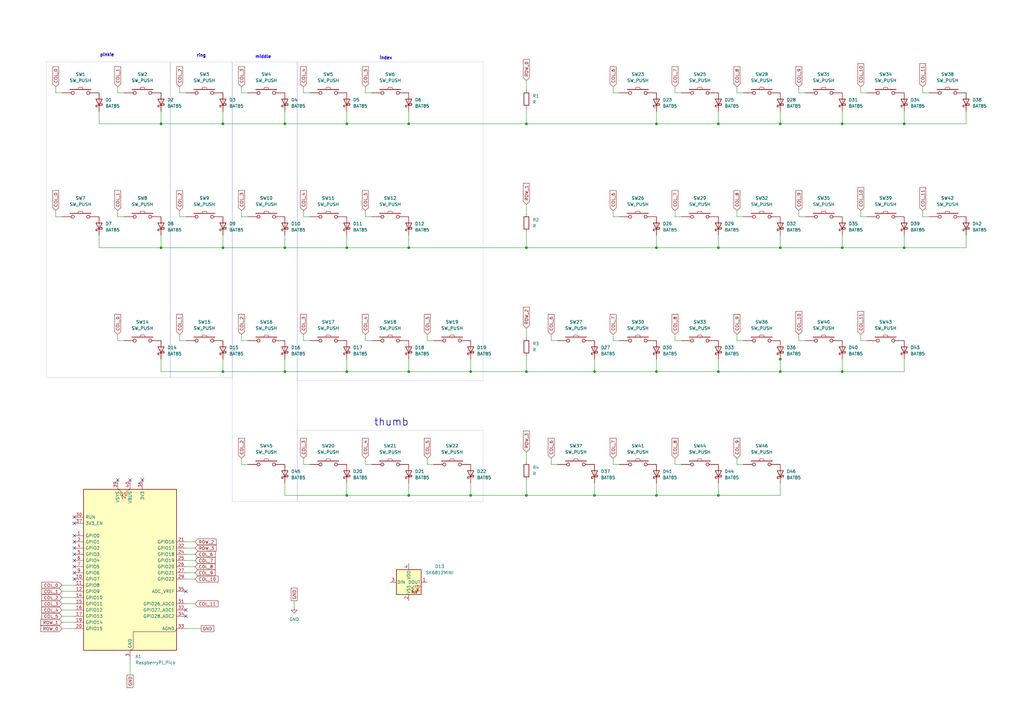
<source format=kicad_sch>
(kicad_sch (version 20250114) (generator "eeschema") (generator_version "9.0")
  (paper "A3")
  (rectangle (start 19.05 25.4) (end 69.85 154.94) (stroke (width 0) (type dot)))
  (rectangle (start 95.25 25.4) (end 121.92 205.74) (stroke (width 0) (type dot)))
  (rectangle (start 69.85 25.4) (end 95.25 154.94) (stroke (width 0) (type dot)))
  (rectangle (start 121.92 25.4) (end 198.12 156.21) (stroke (width 0) (type dot)))
  (rectangle (start 121.92 176.53) (end 198.12 205.74) (stroke (width 0) (type dot)))
  (text "ring" (at 82.55 22.86 0) (effects (font (size 1.27 1.27) (thickness 0.254) (bold yes))))
  (text "pinkie" (at 43.942 22.606 0) (effects (font (size 1.27 1.27) (thickness 0.254) (bold yes))))
  (text "middle" (at 107.95 23.368 0) (effects (font (size 1.27 1.27) (thickness 0.254) (bold yes))))
  (text "index" (at 158.242 23.876 0) (effects (font (size 1.27 1.27) (thickness 0.254) (bold yes))))
  (text "thumb" (at 160.528 173.228 0) (effects (font (size 3.048 3.048) (thickness 0.254) (bold yes))))
  (junction (at 116.84 152.4))
  (junction (at 91.44 101.6))
  (junction (at 142.24 152.4))
  (junction (at 345.44 152.4))
  (junction (at 215.9 50.8))
  (junction (at 345.44 101.6))
  (junction (at 370.84 50.8))
  (junction (at 215.9 203.2))
  (junction (at 269.24 203.2))
  (junction (at 91.44 50.8))
  (junction (at 320.04 152.4))
  (junction (at 142.24 101.6))
  (junction (at 370.84 101.6))
  (junction (at 66.04 50.8))
  (junction (at 167.64 152.4))
  (junction (at 193.04 152.4))
  (junction (at 320.04 147.32))
  (junction (at 142.24 203.2))
  (junction (at 116.84 101.6))
  (junction (at 320.04 101.6))
  (junction (at 243.84 152.4))
  (junction (at 345.44 50.8))
  (junction (at 269.24 101.6))
  (junction (at 91.44 152.4))
  (junction (at 294.64 50.8))
  (junction (at 167.64 101.6))
  (junction (at 320.04 50.8))
  (junction (at 294.64 152.4))
  (junction (at 193.04 203.2))
  (junction (at 116.84 50.8))
  (junction (at 269.24 152.4))
  (junction (at 215.9 152.4))
  (junction (at 142.24 50.8))
  (junction (at 167.64 50.8))
  (junction (at 167.64 203.2))
  (junction (at 66.04 101.6))
  (junction (at 294.64 101.6))
  (junction (at 243.84 203.2))
  (junction (at 269.24 50.8))
  (junction (at 215.9 101.6))
  (junction (at 294.64 203.2))
  (no_connect (at 30.48 232.41))
  (no_connect (at 30.48 227.33))
  (no_connect (at 30.48 237.49))
  (no_connect (at 30.48 214.63))
  (no_connect (at 30.48 229.87))
  (no_connect (at 53.34 196.85))
  (no_connect (at 30.48 219.71))
  (no_connect (at 76.2 252.73))
  (no_connect (at 30.48 212.09))
  (no_connect (at 30.48 224.79))
  (no_connect (at 76.2 242.57))
  (no_connect (at 30.48 222.25))
  (no_connect (at 58.42 196.85))
  (no_connect (at 48.26 196.85))
  (no_connect (at 76.2 250.19))
  (no_connect (at 30.48 234.95))
  (wire (pts (xy 76.2 224.79) (xy 80.01 224.79)))
  (wire (pts (xy 320.04 101.6) (xy 294.64 101.6)))
  (wire (pts (xy 124.46 35.56) (xy 124.46 38.1)))
  (wire (pts (xy 40.64 101.6) (xy 40.64 96.52)))
  (wire (pts (xy 251.46 137.16) (xy 251.46 139.7)))
  (wire (pts (xy 66.04 96.52) (xy 66.04 101.6)))
  (wire (pts (xy 327.66 88.9) (xy 330.2 88.9)))
  (wire (pts (xy 124.46 190.5) (xy 127 190.5)))
  (wire (pts (xy 276.86 137.16) (xy 276.86 139.7)))
  (wire (pts (xy 66.04 50.8) (xy 40.64 50.8)))
  (wire (pts (xy 124.46 88.9) (xy 127 88.9)))
  (wire (pts (xy 25.4 255.27) (xy 30.48 255.27)))
  (wire (pts (xy 99.06 35.56) (xy 99.06 38.1)))
  (wire (pts (xy 276.86 35.56) (xy 276.86 38.1)))
  (wire (pts (xy 215.9 95.25) (xy 215.9 101.6)))
  (wire (pts (xy 327.66 137.16) (xy 327.66 139.7)))
  (wire (pts (xy 370.84 147.32) (xy 370.84 152.4)))
  (wire (pts (xy 294.64 203.2) (xy 320.04 203.2)))
  (wire (pts (xy 353.06 86.36) (xy 353.06 88.9)))
  (wire (pts (xy 345.44 101.6) (xy 320.04 101.6)))
  (wire (pts (xy 215.9 134.62) (xy 215.9 138.43)))
  (wire (pts (xy 294.64 50.8) (xy 269.24 50.8)))
  (wire (pts (xy 120.65 246.38) (xy 120.65 248.92)))
  (wire (pts (xy 302.26 137.16) (xy 302.26 139.7)))
  (wire (pts (xy 370.84 50.8) (xy 345.44 50.8)))
  (wire (pts (xy 251.46 139.7) (xy 254 139.7)))
  (wire (pts (xy 25.4 242.57) (xy 30.48 242.57)))
  (wire (pts (xy 167.64 101.6) (xy 215.9 101.6)))
  (wire (pts (xy 294.64 147.32) (xy 294.64 152.4)))
  (wire (pts (xy 73.66 35.56) (xy 73.66 38.1)))
  (wire (pts (xy 396.24 50.8) (xy 370.84 50.8)))
  (wire (pts (xy 25.4 247.65) (xy 30.48 247.65)))
  (wire (pts (xy 73.66 139.7) (xy 76.2 139.7)))
  (wire (pts (xy 193.04 152.4) (xy 215.9 152.4)))
  (wire (pts (xy 276.86 139.7) (xy 279.4 139.7)))
  (wire (pts (xy 215.9 146.05) (xy 215.9 152.4)))
  (wire (pts (xy 142.24 147.32) (xy 142.24 152.4)))
  (wire (pts (xy 215.9 83.82) (xy 215.9 87.63)))
  (wire (pts (xy 66.04 101.6) (xy 40.64 101.6)))
  (wire (pts (xy 370.84 96.52) (xy 370.84 101.6)))
  (wire (pts (xy 167.64 96.52) (xy 167.64 101.6)))
  (wire (pts (xy 345.44 45.72) (xy 345.44 50.8)))
  (wire (pts (xy 76.2 257.81) (xy 82.55 257.81)))
  (wire (pts (xy 302.26 187.96) (xy 302.26 190.5)))
  (wire (pts (xy 48.26 137.16) (xy 48.26 139.7)))
  (wire (pts (xy 294.64 45.72) (xy 294.64 50.8)))
  (wire (pts (xy 91.44 101.6) (xy 66.04 101.6)))
  (wire (pts (xy 76.2 234.95) (xy 80.01 234.95)))
  (wire (pts (xy 116.84 152.4) (xy 142.24 152.4)))
  (wire (pts (xy 302.26 86.36) (xy 302.26 88.9)))
  (wire (pts (xy 48.26 139.7) (xy 50.8 139.7)))
  (wire (pts (xy 91.44 152.4) (xy 116.84 152.4)))
  (wire (pts (xy 215.9 33.02) (xy 215.9 36.83)))
  (wire (pts (xy 215.9 101.6) (xy 269.24 101.6)))
  (wire (pts (xy 302.26 190.5) (xy 304.8 190.5)))
  (wire (pts (xy 320.04 147.32) (xy 320.04 152.4)))
  (wire (pts (xy 25.4 240.03) (xy 30.48 240.03)))
  (wire (pts (xy 40.64 45.72) (xy 40.64 50.8)))
  (wire (pts (xy 243.84 147.32) (xy 243.84 152.4)))
  (wire (pts (xy 345.44 152.4) (xy 370.84 152.4)))
  (wire (pts (xy 396.24 96.52) (xy 396.24 101.6)))
  (wire (pts (xy 294.64 101.6) (xy 269.24 101.6)))
  (wire (pts (xy 370.84 45.72) (xy 370.84 50.8)))
  (wire (pts (xy 320.04 152.4) (xy 345.44 152.4)))
  (wire (pts (xy 353.06 137.16) (xy 353.06 139.7)))
  (wire (pts (xy 302.26 88.9) (xy 304.8 88.9)))
  (wire (pts (xy 215.9 44.45) (xy 215.9 50.8)))
  (wire (pts (xy 193.04 147.32) (xy 193.04 152.4)))
  (wire (pts (xy 269.24 45.72) (xy 269.24 50.8)))
  (wire (pts (xy 99.06 86.36) (xy 99.06 88.9)))
  (wire (pts (xy 396.24 45.72) (xy 396.24 50.8)))
  (wire (pts (xy 370.84 101.6) (xy 345.44 101.6)))
  (wire (pts (xy 243.84 203.2) (xy 269.24 203.2)))
  (wire (pts (xy 116.84 101.6) (xy 91.44 101.6)))
  (wire (pts (xy 345.44 50.8) (xy 320.04 50.8)))
  (wire (pts (xy 99.06 190.5) (xy 101.6 190.5)))
  (wire (pts (xy 378.46 86.36) (xy 378.46 88.9)))
  (wire (pts (xy 149.86 86.36) (xy 149.86 88.9)))
  (wire (pts (xy 276.86 187.96) (xy 276.86 190.5)))
  (wire (pts (xy 22.86 86.36) (xy 22.86 88.9)))
  (wire (pts (xy 302.26 139.7) (xy 304.8 139.7)))
  (wire (pts (xy 345.44 147.32) (xy 345.44 152.4)))
  (wire (pts (xy 25.4 257.81) (xy 30.48 257.81)))
  (wire (pts (xy 353.06 139.7) (xy 355.6 139.7)))
  (wire (pts (xy 269.24 198.12) (xy 269.24 203.2)))
  (wire (pts (xy 320.04 198.12) (xy 320.04 203.2)))
  (wire (pts (xy 142.24 45.72) (xy 142.24 50.8)))
  (wire (pts (xy 99.06 88.9) (xy 101.6 88.9)))
  (wire (pts (xy 142.24 152.4) (xy 167.64 152.4)))
  (wire (pts (xy 269.24 147.32) (xy 269.24 152.4)))
  (wire (pts (xy 124.46 86.36) (xy 124.46 88.9)))
  (wire (pts (xy 320.04 50.8) (xy 294.64 50.8)))
  (wire (pts (xy 48.26 88.9) (xy 50.8 88.9)))
  (wire (pts (xy 320.04 146.05) (xy 320.04 147.32)))
  (wire (pts (xy 116.84 50.8) (xy 91.44 50.8)))
  (wire (pts (xy 91.44 50.8) (xy 66.04 50.8)))
  (wire (pts (xy 53.34 270.51) (xy 53.34 276.86)))
  (wire (pts (xy 142.24 101.6) (xy 116.84 101.6)))
  (wire (pts (xy 276.86 190.5) (xy 279.4 190.5)))
  (wire (pts (xy 294.64 152.4) (xy 320.04 152.4)))
  (wire (pts (xy 251.46 187.96) (xy 251.46 190.5)))
  (wire (pts (xy 76.2 232.41) (xy 80.01 232.41)))
  (wire (pts (xy 353.06 88.9) (xy 355.6 88.9)))
  (wire (pts (xy 226.06 187.96) (xy 226.06 190.5)))
  (wire (pts (xy 320.04 45.72) (xy 320.04 50.8)))
  (wire (pts (xy 193.04 198.12) (xy 193.04 203.2)))
  (wire (pts (xy 149.86 88.9) (xy 152.4 88.9)))
  (wire (pts (xy 22.86 38.1) (xy 25.4 38.1)))
  (wire (pts (xy 378.46 35.56) (xy 378.46 38.1)))
  (wire (pts (xy 99.06 137.16) (xy 99.06 139.7)))
  (wire (pts (xy 215.9 152.4) (xy 243.84 152.4)))
  (wire (pts (xy 276.86 86.36) (xy 276.86 88.9)))
  (wire (pts (xy 276.86 88.9) (xy 279.4 88.9)))
  (wire (pts (xy 99.06 139.7) (xy 101.6 139.7)))
  (wire (pts (xy 116.84 96.52) (xy 116.84 101.6)))
  (wire (pts (xy 251.46 38.1) (xy 254 38.1)))
  (wire (pts (xy 215.9 50.8) (xy 167.64 50.8)))
  (wire (pts (xy 378.46 88.9) (xy 381 88.9)))
  (wire (pts (xy 167.64 203.2) (xy 193.04 203.2)))
  (wire (pts (xy 327.66 139.7) (xy 330.2 139.7)))
  (wire (pts (xy 167.64 198.12) (xy 167.64 203.2)))
  (wire (pts (xy 302.26 38.1) (xy 304.8 38.1)))
  (wire (pts (xy 91.44 96.52) (xy 91.44 101.6)))
  (wire (pts (xy 142.24 50.8) (xy 116.84 50.8)))
  (wire (pts (xy 167.64 45.72) (xy 167.64 50.8)))
  (wire (pts (xy 353.06 38.1) (xy 355.6 38.1)))
  (wire (pts (xy 226.06 137.16) (xy 226.06 139.7)))
  (wire (pts (xy 91.44 45.72) (xy 91.44 50.8)))
  (wire (pts (xy 149.86 190.5) (xy 152.4 190.5)))
  (wire (pts (xy 25.4 245.11) (xy 30.48 245.11)))
  (wire (pts (xy 73.66 88.9) (xy 76.2 88.9)))
  (wire (pts (xy 76.2 222.25) (xy 80.01 222.25)))
  (wire (pts (xy 142.24 198.12) (xy 142.24 203.2)))
  (wire (pts (xy 99.06 38.1) (xy 101.6 38.1)))
  (wire (pts (xy 215.9 185.42) (xy 215.9 189.23)))
  (wire (pts (xy 76.2 227.33) (xy 80.01 227.33)))
  (wire (pts (xy 25.4 250.19) (xy 30.48 250.19)))
  (wire (pts (xy 149.86 187.96) (xy 149.86 190.5)))
  (wire (pts (xy 215.9 203.2) (xy 243.84 203.2)))
  (wire (pts (xy 175.26 137.16) (xy 175.26 139.7)))
  (wire (pts (xy 269.24 203.2) (xy 294.64 203.2)))
  (wire (pts (xy 25.4 252.73) (xy 30.48 252.73)))
  (wire (pts (xy 175.26 139.7) (xy 177.8 139.7)))
  (wire (pts (xy 48.26 86.36) (xy 48.26 88.9)))
  (wire (pts (xy 226.06 190.5) (xy 228.6 190.5)))
  (wire (pts (xy 345.44 96.52) (xy 345.44 101.6)))
  (wire (pts (xy 294.64 96.52) (xy 294.64 101.6)))
  (wire (pts (xy 327.66 86.36) (xy 327.66 88.9)))
  (wire (pts (xy 167.64 50.8) (xy 142.24 50.8)))
  (wire (pts (xy 215.9 196.85) (xy 215.9 203.2)))
  (wire (pts (xy 22.86 35.56) (xy 22.86 38.1)))
  (wire (pts (xy 22.86 88.9) (xy 25.4 88.9)))
  (wire (pts (xy 76.2 247.65) (xy 80.01 247.65)))
  (wire (pts (xy 73.66 86.36) (xy 73.66 88.9)))
  (wire (pts (xy 149.86 38.1) (xy 152.4 38.1)))
  (wire (pts (xy 167.64 101.6) (xy 142.24 101.6)))
  (wire (pts (xy 302.26 35.56) (xy 302.26 38.1)))
  (wire (pts (xy 193.04 203.2) (xy 215.9 203.2)))
  (wire (pts (xy 353.06 35.56) (xy 353.06 38.1)))
  (wire (pts (xy 251.46 88.9) (xy 254 88.9)))
  (wire (pts (xy 269.24 50.8) (xy 215.9 50.8)))
  (wire (pts (xy 48.26 38.1) (xy 50.8 38.1)))
  (wire (pts (xy 149.86 139.7) (xy 152.4 139.7)))
  (wire (pts (xy 66.04 152.4) (xy 91.44 152.4)))
  (wire (pts (xy 142.24 96.52) (xy 142.24 101.6)))
  (wire (pts (xy 167.64 152.4) (xy 193.04 152.4)))
  (wire (pts (xy 124.46 187.96) (xy 124.46 190.5)))
  (wire (pts (xy 149.86 35.56) (xy 149.86 38.1)))
  (wire (pts (xy 73.66 38.1) (xy 76.2 38.1)))
  (wire (pts (xy 243.84 198.12) (xy 243.84 203.2)))
  (wire (pts (xy 175.26 190.5) (xy 177.8 190.5)))
  (wire (pts (xy 76.2 237.49) (xy 80.01 237.49)))
  (wire (pts (xy 66.04 45.72) (xy 66.04 50.8)))
  (wire (pts (xy 76.2 229.87) (xy 80.01 229.87)))
  (wire (pts (xy 175.26 187.96) (xy 175.26 190.5)))
  (wire (pts (xy 269.24 96.52) (xy 269.24 101.6)))
  (wire (pts (xy 294.64 198.12) (xy 294.64 203.2)))
  (wire (pts (xy 243.84 152.4) (xy 269.24 152.4)))
  (wire (pts (xy 91.44 147.32) (xy 91.44 152.4)))
  (wire (pts (xy 142.24 203.2) (xy 167.64 203.2)))
  (wire (pts (xy 251.46 190.5) (xy 254 190.5)))
  (wire (pts (xy 149.86 137.16) (xy 149.86 139.7)))
  (wire (pts (xy 167.64 147.32) (xy 167.64 152.4)))
  (wire (pts (xy 269.24 152.4) (xy 294.64 152.4)))
  (wire (pts (xy 124.46 139.7) (xy 127 139.7)))
  (wire (pts (xy 116.84 198.12) (xy 116.84 203.2)))
  (wire (pts (xy 66.04 147.32) (xy 66.04 152.4)))
  (wire (pts (xy 226.06 139.7) (xy 228.6 139.7)))
  (wire (pts (xy 327.66 38.1) (xy 330.2 38.1)))
  (wire (pts (xy 276.86 38.1) (xy 279.4 38.1)))
  (wire (pts (xy 116.84 203.2) (xy 142.24 203.2)))
  (wire (pts (xy 124.46 137.16) (xy 124.46 139.7)))
  (wire (pts (xy 251.46 35.56) (xy 251.46 38.1)))
  (wire (pts (xy 73.66 137.16) (xy 73.66 139.7)))
  (wire (pts (xy 251.46 86.36) (xy 251.46 88.9)))
  (wire (pts (xy 327.66 35.56) (xy 327.66 38.1)))
  (wire (pts (xy 48.26 35.56) (xy 48.26 38.1)))
  (wire (pts (xy 99.06 187.96) (xy 99.06 190.5)))
  (wire (pts (xy 378.46 38.1) (xy 381 38.1)))
  (wire (pts (xy 124.46 38.1) (xy 127 38.1)))
  (wire (pts (xy 396.24 101.6) (xy 370.84 101.6)))
  (wire (pts (xy 320.04 96.52) (xy 320.04 101.6)))
  (wire (pts (xy 116.84 147.32) (xy 116.84 152.4)))
  (wire (pts (xy 116.84 45.72) (xy 116.84 50.8)))
  (global_label "ROW_0" (shape input) (at 215.9 33.02 90) (property "Intersheetrefs" "${INTERSHEET_REFS}" (effects (hide yes))))
  (global_label "COL_4" (shape input) (at 25.4 250.19 180) (property "Intersheetrefs" "${INTERSHEET_REFS}" (effects (hide yes))))
  (global_label "COL_0" (shape input) (at 22.86 86.36 90) (property "Intersheetrefs" "${INTERSHEET_REFS}" (effects (hide yes))))
  (global_label "COL_11" (shape input) (at 378.46 35.56 90) (property "Intersheetrefs" "${INTERSHEET_REFS}" (effects (hide yes))))
  (global_label "COL_1" (shape input) (at 48.26 86.36 90) (property "Intersheetrefs" "${INTERSHEET_REFS}" (effects (hide yes))))
  (global_label "COL_8" (shape input) (at 276.86 187.96 90) (property "Intersheetrefs" "${INTERSHEET_REFS}" (effects (hide yes))))
  (global_label "COL_9" (shape input) (at 327.66 86.36 90) (property "Intersheetrefs" "${INTERSHEET_REFS}" (effects (hide yes))))
  (global_label "COL_3" (shape input) (at 124.46 187.96 90) (property "Intersheetrefs" "${INTERSHEET_REFS}" (effects (hide yes))))
  (global_label "COL_10" (shape input) (at 353.06 35.56 90) (property "Intersheetrefs" "${INTERSHEET_REFS}" (effects (hide yes))))
  (global_label "COL_11" (shape input) (at 353.06 137.16 90) (property "Intersheetrefs" "${INTERSHEET_REFS}" (effects (hide yes))))
  (global_label "COL_5" (shape input) (at 149.86 35.56 90) (property "Intersheetrefs" "${INTERSHEET_REFS}" (effects (hide yes))))
  (global_label "COL_6" (shape input) (at 251.46 35.56 90) (property "Intersheetrefs" "${INTERSHEET_REFS}" (effects (hide yes))))
  (global_label "COL_2" (shape input) (at 73.66 35.56 90) (property "Intersheetrefs" "${INTERSHEET_REFS}" (effects (hide yes))))
  (global_label "COL_8" (shape input) (at 302.26 86.36 90) (property "Intersheetrefs" "${INTERSHEET_REFS}" (effects (hide yes))))
  (global_label "ROW_3" (shape input) (at 80.01 224.79 0) (property "Intersheetrefs" "${INTERSHEET_REFS}" (effects (hide yes))))
  (global_label "ROW_2" (shape input) (at 215.9 134.62 90) (property "Intersheetrefs" "${INTERSHEET_REFS}" (effects (hide yes))))
  (global_label "COL_7" (shape input) (at 251.46 137.16 90) (property "Intersheetrefs" "${INTERSHEET_REFS}" (effects (hide yes))))
  (global_label "COL_4" (shape input) (at 149.86 187.96 90) (property "Intersheetrefs" "${INTERSHEET_REFS}" (effects (hide yes))))
  (global_label "COL_4" (shape input) (at 124.46 86.36 90) (property "Intersheetrefs" "${INTERSHEET_REFS}" (effects (hide yes))))
  (global_label "COL_6" (shape input) (at 251.46 86.36 90) (property "Intersheetrefs" "${INTERSHEET_REFS}" (effects (hide yes))))
  (global_label "GND" (shape passive) (at 120.65 246.38 90) (property "Intersheetrefs" "${INTERSHEET_REFS}" (effects (hide yes))))
  (global_label "COL_10" (shape input) (at 327.66 137.16 90) (property "Intersheetrefs" "${INTERSHEET_REFS}" (effects (hide yes))))
  (global_label "COL_11" (shape input) (at 80.01 247.65 0) (property "Intersheetrefs" "${INTERSHEET_REFS}" (effects (hide yes))))
  (global_label "COL_7" (shape input) (at 251.46 187.96 90) (property "Intersheetrefs" "${INTERSHEET_REFS}" (effects (hide yes))))
  (global_label "COL_7" (shape input) (at 80.01 229.87 0) (property "Intersheetrefs" "${INTERSHEET_REFS}" (effects (hide yes))))
  (global_label "COL_5" (shape input) (at 175.26 187.96 90) (property "Intersheetrefs" "${INTERSHEET_REFS}" (effects (hide yes))))
  (global_label "COL_5" (shape input) (at 175.26 137.16 90) (property "Intersheetrefs" "${INTERSHEET_REFS}" (effects (hide yes))))
  (global_label "COL_2" (shape input) (at 73.66 86.36 90) (property "Intersheetrefs" "${INTERSHEET_REFS}" (effects (hide yes))))
  (global_label "COL_3" (shape input) (at 99.06 35.56 90) (property "Intersheetrefs" "${INTERSHEET_REFS}" (effects (hide yes))))
  (global_label "COL_3" (shape input) (at 25.4 247.65 180) (property "Intersheetrefs" "${INTERSHEET_REFS}" (effects (hide yes))))
  (global_label "COL_9" (shape input) (at 327.66 35.56 90) (property "Intersheetrefs" "${INTERSHEET_REFS}" (effects (hide yes))))
  (global_label "COL_5" (shape input) (at 149.86 86.36 90) (property "Intersheetrefs" "${INTERSHEET_REFS}" (effects (hide yes))))
  (global_label "COL_3" (shape input) (at 124.46 137.16 90) (property "Intersheetrefs" "${INTERSHEET_REFS}" (effects (hide yes))))
  (global_label "COL_3" (shape input) (at 99.06 86.36 90) (property "Intersheetrefs" "${INTERSHEET_REFS}" (effects (hide yes))))
  (global_label "COL_8" (shape input) (at 302.26 35.56 90) (property "Intersheetrefs" "${INTERSHEET_REFS}" (effects (hide yes))))
  (global_label "ROW_3" (shape input) (at 215.9 185.42 90) (property "Intersheetrefs" "${INTERSHEET_REFS}" (effects (hide yes))))
  (global_label "COL_7" (shape input) (at 276.86 86.36 90) (property "Intersheetrefs" "${INTERSHEET_REFS}" (effects (hide yes))))
  (global_label "COL_8" (shape input) (at 276.86 137.16 90) (property "Intersheetrefs" "${INTERSHEET_REFS}" (effects (hide yes))))
  (global_label "COL_2" (shape input) (at 25.4 245.11 180) (property "Intersheetrefs" "${INTERSHEET_REFS}" (effects (hide yes))))
  (global_label "COL_1" (shape input) (at 73.66 137.16 90) (property "Intersheetrefs" "${INTERSHEET_REFS}" (effects (hide yes))))
  (global_label "COL_4" (shape input) (at 149.86 137.16 90) (property "Intersheetrefs" "${INTERSHEET_REFS}" (effects (hide yes))))
  (global_label "COL_1" (shape input) (at 48.26 35.56 90) (property "Intersheetrefs" "${INTERSHEET_REFS}" (effects (hide yes))))
  (global_label "ROW_1" (shape input) (at 215.9 83.82 90) (property "Intersheetrefs" "${INTERSHEET_REFS}" (effects (hide yes))))
  (global_label "ROW_2" (shape input) (at 80.01 222.25 0) (property "Intersheetrefs" "${INTERSHEET_REFS}" (effects (hide yes))))
  (global_label "COL_0" (shape input) (at 25.4 240.03 180) (property "Intersheetrefs" "${INTERSHEET_REFS}" (effects (hide yes))))
  (global_label "COL_8" (shape input) (at 80.01 232.41 0) (property "Intersheetrefs" "${INTERSHEET_REFS}" (effects (hide yes))))
  (global_label "COL_0" (shape input) (at 22.86 35.56 90) (property "Intersheetrefs" "${INTERSHEET_REFS}" (effects (hide yes))))
  (global_label "ROW_0" (shape input) (at 25.4 257.81 180) (property "Intersheetrefs" "${INTERSHEET_REFS}" (effects (hide yes))))
  (global_label "ROW_1" (shape input) (at 25.4 255.27 180) (property "Intersheetrefs" "${INTERSHEET_REFS}" (effects (hide yes))))
  (global_label "COL_7" (shape input) (at 276.86 35.56 90) (property "Intersheetrefs" "${INTERSHEET_REFS}" (effects (hide yes))))
  (global_label "COL_4" (shape input) (at 124.46 35.56 90) (property "Intersheetrefs" "${INTERSHEET_REFS}" (effects (hide yes))))
  (global_label "COL_5" (shape input) (at 25.4 252.73 180) (property "Intersheetrefs" "${INTERSHEET_REFS}" (effects (hide yes))))
  (global_label "COL_10" (shape input) (at 353.06 86.36 90) (property "Intersheetrefs" "${INTERSHEET_REFS}" (effects (hide yes))))
  (global_label "COL_9" (shape input) (at 302.26 187.96 90) (property "Intersheetrefs" "${INTERSHEET_REFS}" (effects (hide yes))))
  (global_label "COL_0" (shape input) (at 48.26 137.16 90) (property "Intersheetrefs" "${INTERSHEET_REFS}" (effects (hide yes))))
  (global_label "GND" (shape passive) (at 82.55 257.81 0) (property "Intersheetrefs" "${INTERSHEET_REFS}" (effects (hide yes))))
  (global_label "COL_6" (shape input) (at 226.06 137.16 90) (property "Intersheetrefs" "${INTERSHEET_REFS}" (effects (hide yes))))
  (global_label "COL_9" (shape input) (at 302.26 137.16 90) (property "Intersheetrefs" "${INTERSHEET_REFS}" (effects (hide yes))))
  (global_label "COL_6" (shape input) (at 80.01 227.33 0) (property "Intersheetrefs" "${INTERSHEET_REFS}" (effects (hide yes))))
  (global_label "COL_9" (shape input) (at 80.01 234.95 0) (property "Intersheetrefs" "${INTERSHEET_REFS}" (effects (hide yes))))
  (global_label "COL_10" (shape input) (at 80.01 237.49 0) (property "Intersheetrefs" "${INTERSHEET_REFS}" (effects (hide yes))))
  (global_label "COL_2" (shape input) (at 99.06 137.16 90) (property "Intersheetrefs" "${INTERSHEET_REFS}" (effects (hide yes))))
  (global_label "COL_1" (shape input) (at 25.4 242.57 180) (property "Intersheetrefs" "${INTERSHEET_REFS}" (effects (hide yes))))
  (global_label "COL_6" (shape input) (at 226.06 187.96 90) (property "Intersheetrefs" "${INTERSHEET_REFS}" (effects (hide yes))))
  (global_label "COL_11" (shape input) (at 378.46 86.36 90) (property "Intersheetrefs" "${INTERSHEET_REFS}" (effects (hide yes))))
  (global_label "COL_2" (shape input) (at 99.06 187.96 90) (property "Intersheetrefs" "${INTERSHEET_REFS}" (effects (hide yes))))
  (global_label "GND" (shape passive) (at 53.34 276.86 270) (property "Intersheetrefs" "${INTERSHEET_REFS}" (effects (hide yes))))
  (symbol (lib_id "KS33:SW_PUSH") (at 160.02 88.9 0) (unit 1)
    (property "Reference" "SW12" (at 160.02 81.28 0))
    (property "Value" "SW_PUSH" (at 160.02 83.82 0))
    (property "Footprint" "KS33:keyswitch_gateron_low_profile_hotswap_1u" (effects (hide yes)))
  )
  (symbol (lib_id "Device:R") (at 215.9 40.64 0) (unit 1)
    (property "Reference" "R1" (at 218.44 39.3699 0) (effects (justify left)))
    (property "Value" "R" (at 218.44 41.9099 0) (effects (justify left)))
    (property "Description" "Resistor" (effects (hide yes)))
  )
  (symbol (lib_id "Diode:BAT85") (at 370.84 41.91 90) (unit 1)
    (property "Reference" "D34" (at 373.38 40.9574 90) (effects (justify right)))
    (property "Value" "BAT85" (at 373.38 43.4974 90) (effects (justify right)))
    (property "Footprint" "Diode_THT:D_DO-35_SOD27_P7.62mm_Horizontal" (effects (hide yes)))
    (property "Datasheet" "https://assets.nexperia.com/documents/data-sheet/BAT85.pdf" (effects (hide yes)))
    (property "Description" "30V 0.2A Schottky barrier single diode, DO-35" (effects (hide yes)))
  )
  (symbol (lib_id "Diode:BAT85") (at 91.44 41.91 90) (unit 1)
    (property "Reference" "D3" (at 93.98 40.9574 90) (effects (justify right)))
    (property "Value" "BAT85" (at 93.98 43.4974 90) (effects (justify right)))
    (property "Footprint" "Diode_THT:D_DO-35_SOD27_P7.62mm_Horizontal" (effects (hide yes)))
    (property "Datasheet" "https://assets.nexperia.com/documents/data-sheet/BAT85.pdf" (effects (hide yes)))
    (property "Description" "30V 0.2A Schottky barrier single diode, DO-35" (effects (hide yes)))
  )
  (symbol (lib_id "KS33:SW_PUSH") (at 236.22 139.7 0) (unit 1)
    (property "Reference" "SW27" (at 236.22 132.08 0))
    (property "Value" "SW_PUSH" (at 236.22 134.62 0))
    (property "Footprint" "KS33:keyswitch_gateron_low_profile_hotswap_1u" (effects (hide yes)))
  )
  (symbol (lib_id "KS33:SW_PUSH") (at 83.82 88.9 0) (unit 1)
    (property "Reference" "SW9" (at 83.82 81.28 0))
    (property "Value" "SW_PUSH" (at 83.82 83.82 0))
    (property "Footprint" "KS33:keyswitch_gateron_low_profile_hotswap_1u" (effects (hide yes)))
  )
  (symbol (lib_id "Diode:BAT85") (at 116.84 41.91 90) (unit 1)
    (property "Reference" "D4" (at 119.38 40.9574 90) (effects (justify right)))
    (property "Value" "BAT85" (at 119.38 43.4974 90) (effects (justify right)))
    (property "Footprint" "Diode_THT:D_DO-35_SOD27_P7.62mm_Horizontal" (effects (hide yes)))
    (property "Datasheet" "https://assets.nexperia.com/documents/data-sheet/BAT85.pdf" (effects (hide yes)))
    (property "Description" "30V 0.2A Schottky barrier single diode, DO-35" (effects (hide yes)))
  )
  (symbol (lib_id "Diode:BAT85") (at 269.24 143.51 90) (unit 1)
    (property "Reference" "D30" (at 271.78 142.5574 90) (effects (justify right)))
    (property "Value" "BAT85" (at 271.78 145.0974 90) (effects (justify right)))
    (property "Footprint" "Diode_THT:D_DO-35_SOD27_P7.62mm_Horizontal" (effects (hide yes)))
    (property "Datasheet" "https://assets.nexperia.com/documents/data-sheet/BAT85.pdf" (effects (hide yes)))
    (property "Description" "30V 0.2A Schottky barrier single diode, DO-35" (effects (hide yes)))
  )
  (symbol (lib_id "KS33:SW_PUSH") (at 58.42 88.9 0) (unit 1)
    (property "Reference" "SW8" (at 58.42 81.28 0))
    (property "Value" "SW_PUSH" (at 58.42 83.82 0))
    (property "Footprint" "KS33:keyswitch_gateron_low_profile_hotswap_1u" (effects (hide yes)))
  )
  (symbol (lib_id "Diode:BAT85") (at 142.24 92.71 90) (unit 1)
    (property "Reference" "D11" (at 144.78 91.7574 90) (effects (justify right)))
    (property "Value" "BAT85" (at 144.78 94.2974 90) (effects (justify right)))
    (property "Footprint" "Diode_THT:D_DO-35_SOD27_P7.62mm_Horizontal" (effects (hide yes)))
    (property "Datasheet" "https://assets.nexperia.com/documents/data-sheet/BAT85.pdf" (effects (hide yes)))
    (property "Description" "30V 0.2A Schottky barrier single diode, DO-35" (effects (hide yes)))
  )
  (symbol (lib_id "KS33:SW_PUSH") (at 160.02 38.1 0) (unit 1)
    (property "Reference" "SW6" (at 160.02 30.48 0))
    (property "Value" "SW_PUSH" (at 160.02 33.02 0))
    (property "Footprint" "KS33:keyswitch_gateron_low_profile_hotswap_1u" (effects (hide yes)))
  )
  (symbol (lib_id "Diode:BAT85") (at 167.64 41.91 90) (unit 1)
    (property "Reference" "D6" (at 170.18 40.9574 90) (effects (justify right)))
    (property "Value" "BAT85" (at 170.18 43.4974 90) (effects (justify right)))
    (property "Footprint" "Diode_THT:D_DO-35_SOD27_P7.62mm_Horizontal" (effects (hide yes)))
    (property "Datasheet" "https://assets.nexperia.com/documents/data-sheet/BAT85.pdf" (effects (hide yes)))
    (property "Description" "30V 0.2A Schottky barrier single diode, DO-35" (effects (hide yes)))
  )
  (symbol (lib_id "KS33:SW_PUSH") (at 160.02 190.5 0) (unit 1)
    (property "Reference" "SW21" (at 160.02 182.88 0))
    (property "Value" "SW_PUSH" (at 160.02 185.42 0))
    (property "Footprint" "KS33:keyswitch_gateron_low_profile_hotswap_1u" (effects (hide yes)))
  )
  (symbol (lib_id "Diode:BAT85") (at 269.24 41.91 90) (unit 1)
    (property "Reference" "D23" (at 271.78 40.9574 90) (effects (justify right)))
    (property "Value" "BAT85" (at 271.78 43.4974 90) (effects (justify right)))
    (property "Footprint" "Diode_THT:D_DO-35_SOD27_P7.62mm_Horizontal" (effects (hide yes)))
    (property "Datasheet" "https://assets.nexperia.com/documents/data-sheet/BAT85.pdf" (effects (hide yes)))
    (property "Description" "30V 0.2A Schottky barrier single diode, DO-35" (effects (hide yes)))
  )
  (symbol (lib_id "KS33:SW_PUSH") (at 363.22 139.7 0) (unit 1)
    (property "Reference" "SW43" (at 363.22 132.08 0))
    (property "Value" "SW_PUSH" (at 363.22 134.62 0))
    (property "Footprint" "KS33:keyswitch_gateron_low_profile_hotswap_1u" (effects (hide yes)))
  )
  (symbol (lib_id "power:GND") (at 120.65 248.92 0) (unit 1)
    (property "Reference" "#PWR01" (effects (hide yes)))
    (property "Value" "GND" (at 120.65 254 0))
    (property "Description" "Power symbol creates a global label with name \"GND\" , ground" (effects (hide yes)))
  )
  (symbol (lib_id "Device:R") (at 215.9 142.24 0) (unit 1)
    (property "Reference" "R3" (at 218.44 140.9699 0) (effects (justify left)))
    (property "Value" "R" (at 218.44 143.5099 0) (effects (justify left)))
    (property "Description" "Resistor" (effects (hide yes)))
  )
  (symbol (lib_id "KS33:SW_PUSH") (at 287.02 38.1 0) (unit 1)
    (property "Reference" "SW25" (at 287.02 30.48 0))
    (property "Value" "SW_PUSH" (at 287.02 33.02 0))
    (property "Footprint" "KS33:keyswitch_gateron_low_profile_hotswap_1u" (effects (hide yes)))
  )
  (symbol (lib_id "KS33:SW_PUSH") (at 134.62 139.7 0) (unit 1)
    (property "Reference" "SW17" (at 134.62 132.08 0))
    (property "Value" "SW_PUSH" (at 134.62 134.62 0))
    (property "Footprint" "KS33:keyswitch_gateron_low_profile_hotswap_1u" (effects (hide yes)))
  )
  (symbol (lib_id "Diode:BAT85") (at 320.04 143.51 90) (unit 1)
    (property "Reference" "D36" (at 322.58 142.5574 90) (effects (justify right)))
    (property "Value" "BAT85" (at 322.58 145.0974 90) (effects (justify right)))
    (property "Footprint" "Diode_THT:D_DO-35_SOD27_P7.62mm_Horizontal" (effects (hide yes)))
    (property "Datasheet" "https://assets.nexperia.com/documents/data-sheet/BAT85.pdf" (effects (hide yes)))
    (property "Description" "30V 0.2A Schottky barrier single diode, DO-35" (effects (hide yes)))
  )
  (symbol (lib_id "KS33:SW_PUSH") (at 287.02 190.5 0) (unit 1)
    (property "Reference" "SW44" (at 287.02 182.88 0))
    (property "Value" "SW_PUSH" (at 287.02 185.42 0))
    (property "Footprint" "KS33:keyswitch_gateron_low_profile_hotswap_1u" (effects (hide yes)))
  )
  (symbol (lib_id "Diode:BAT85") (at 193.04 194.31 90) (unit 1)
    (property "Reference" "D22" (at 195.58 193.3574 90) (effects (justify right)))
    (property "Value" "BAT85" (at 195.58 195.8974 90) (effects (justify right)))
    (property "Footprint" "Diode_THT:D_DO-35_SOD27_P7.62mm_Horizontal" (effects (hide yes)))
    (property "Datasheet" "https://assets.nexperia.com/documents/data-sheet/BAT85.pdf" (effects (hide yes)))
    (property "Description" "30V 0.2A Schottky barrier single diode, DO-35" (effects (hide yes)))
  )
  (symbol (lib_id "KS33:SW_PUSH") (at 33.02 38.1 0) (unit 1)
    (property "Reference" "SW1" (at 33.02 30.48 0))
    (property "Value" "SW_PUSH" (at 33.02 33.02 0))
    (property "Footprint" "KS33:keyswitch_gateron_low_profile_hotswap_1u" (effects (hide yes)))
  )
  (symbol (lib_id "KS33:SW_PUSH") (at 388.62 38.1 0) (unit 1)
    (property "Reference" "SW38" (at 388.62 30.48 0))
    (property "Value" "SW_PUSH" (at 388.62 33.02 0))
    (property "Footprint" "KS33:keyswitch_gateron_low_profile_hotswap_1u" (effects (hide yes)))
  )
  (symbol (lib_id "KS33:SW_PUSH") (at 261.62 139.7 0) (unit 1)
    (property "Reference" "SW30" (at 261.62 132.08 0))
    (property "Value" "SW_PUSH" (at 261.62 134.62 0))
    (property "Footprint" "KS33:keyswitch_gateron_low_profile_hotswap_1u" (effects (hide yes)))
  )
  (symbol (lib_id "Diode:BAT85") (at 40.64 41.91 90) (unit 1)
    (property "Reference" "D1" (at 43.18 40.9574 90) (effects (justify right)))
    (property "Value" "BAT85" (at 43.18 43.4974 90) (effects (justify right)))
    (property "Footprint" "Diode_THT:D_DO-35_SOD27_P7.62mm_Horizontal" (effects (hide yes)))
    (property "Datasheet" "https://assets.nexperia.com/documents/data-sheet/BAT85.pdf" (effects (hide yes)))
    (property "Description" "30V 0.2A Schottky barrier single diode, DO-35" (effects (hide yes)))
  )
  (symbol (lib_id "KS33:SW_PUSH") (at 134.62 190.5 0) (unit 1)
    (property "Reference" "SW20" (at 134.62 182.88 0))
    (property "Value" "SW_PUSH" (at 134.62 185.42 0))
    (property "Footprint" "KS33:keyswitch_gateron_low_profile_hotswap_1u" (effects (hide yes)))
  )
  (symbol (lib_id "Diode:BAT85") (at 294.64 194.31 90) (unit 1)
    (property "Reference" "D44" (at 297.18 193.3574 90) (effects (justify right)))
    (property "Value" "BAT85" (at 297.18 195.8974 90) (effects (justify right)))
    (property "Footprint" "Diode_THT:D_DO-35_SOD27_P7.62mm_Horizontal" (effects (hide yes)))
    (property "Datasheet" "https://assets.nexperia.com/documents/data-sheet/BAT85.pdf" (effects (hide yes)))
    (property "Description" "30V 0.2A Schottky barrier single diode, DO-35" (effects (hide yes)))
  )
  (symbol (lib_id "KS33:SW_PUSH") (at 287.02 88.9 0) (unit 1)
    (property "Reference" "SW29" (at 287.02 81.28 0))
    (property "Value" "SW_PUSH" (at 287.02 83.82 0))
    (property "Footprint" "KS33:keyswitch_gateron_low_profile_hotswap_1u" (effects (hide yes)))
  )
  (symbol (lib_id "KS33:SW_PUSH") (at 261.62 88.9 0) (unit 1)
    (property "Reference" "SW26" (at 261.62 81.28 0))
    (property "Value" "SW_PUSH" (at 261.62 83.82 0))
    (property "Footprint" "KS33:keyswitch_gateron_low_profile_hotswap_1u" (effects (hide yes)))
  )
  (symbol (lib_id "Diode:BAT85") (at 396.24 41.91 90) (unit 1)
    (property "Reference" "D38" (at 398.78 40.9574 90) (effects (justify right)))
    (property "Value" "BAT85" (at 398.78 43.4974 90) (effects (justify right)))
    (property "Footprint" "Diode_THT:D_DO-35_SOD27_P7.62mm_Horizontal" (effects (hide yes)))
    (property "Datasheet" "https://assets.nexperia.com/documents/data-sheet/BAT85.pdf" (effects (hide yes)))
    (property "Description" "30V 0.2A Schottky barrier single diode, DO-35" (effects (hide yes)))
  )
  (symbol (lib_id "KS33:SW_PUSH") (at 363.22 38.1 0) (unit 1)
    (property "Reference" "SW34" (at 363.22 30.48 0))
    (property "Value" "SW_PUSH" (at 363.22 33.02 0))
    (property "Footprint" "KS33:keyswitch_gateron_low_profile_hotswap_1u" (effects (hide yes)))
  )
  (symbol (lib_id "Diode:BAT85") (at 116.84 194.31 90) (unit 1)
    (property "Reference" "D45" (at 119.38 193.3574 90) (effects (justify right)))
    (property "Value" "BAT85" (at 119.38 195.8974 90) (effects (justify right)))
    (property "Footprint" "Diode_THT:D_DO-35_SOD27_P7.62mm_Horizontal" (effects (hide yes)))
    (property "Datasheet" "https://assets.nexperia.com/documents/data-sheet/BAT85.pdf" (effects (hide yes)))
    (property "Description" "30V 0.2A Schottky barrier single diode, DO-35" (effects (hide yes)))
  )
  (symbol (lib_id "Diode:BAT85") (at 91.44 143.51 90) (unit 1)
    (property "Reference" "D15" (at 93.98 142.5574 90) (effects (justify right)))
    (property "Value" "BAT85" (at 93.98 145.0974 90) (effects (justify right)))
    (property "Footprint" "Diode_THT:D_DO-35_SOD27_P7.62mm_Horizontal" (effects (hide yes)))
    (property "Datasheet" "https://assets.nexperia.com/documents/data-sheet/BAT85.pdf" (effects (hide yes)))
    (property "Description" "30V 0.2A Schottky barrier single diode, DO-35" (effects (hide yes)))
  )
  (symbol (lib_id "KS33:SW_PUSH") (at 33.02 88.9 0) (unit 1)
    (property "Reference" "SW7" (at 33.02 81.28 0))
    (property "Value" "SW_PUSH" (at 33.02 83.82 0))
    (property "Footprint" "KS33:keyswitch_gateron_low_profile_hotswap_1u" (effects (hide yes)))
  )
  (symbol (lib_id "Device:R") (at 215.9 91.44 0) (unit 1)
    (property "Reference" "R2" (at 218.44 90.1699 0) (effects (justify left)))
    (property "Value" "R" (at 218.44 92.7099 0) (effects (justify left)))
    (property "Description" "Resistor" (effects (hide yes)))
  )
  (symbol (lib_id "Diode:BAT85") (at 66.04 143.51 90) (unit 1)
    (property "Reference" "D14" (at 68.58 142.5574 90) (effects (justify right)))
    (property "Value" "BAT85" (at 68.58 145.0974 90) (effects (justify right)))
    (property "Footprint" "Diode_THT:D_DO-35_SOD27_P7.62mm_Horizontal" (effects (hide yes)))
    (property "Datasheet" "https://assets.nexperia.com/documents/data-sheet/BAT85.pdf" (effects (hide yes)))
    (property "Description" "30V 0.2A Schottky barrier single diode, DO-35" (effects (hide yes)))
  )
  (symbol (lib_id "Diode:BAT85") (at 269.24 194.31 90) (unit 1)
    (property "Reference" "D41" (at 271.78 193.3574 90) (effects (justify right)))
    (property "Value" "BAT85" (at 271.78 195.8974 90) (effects (justify right)))
    (property "Footprint" "Diode_THT:D_DO-35_SOD27_P7.62mm_Horizontal" (effects (hide yes)))
    (property "Datasheet" "https://assets.nexperia.com/documents/data-sheet/BAT85.pdf" (effects (hide yes)))
    (property "Description" "30V 0.2A Schottky barrier single diode, DO-35" (effects (hide yes)))
  )
  (symbol (lib_id "Diode:BAT85") (at 142.24 194.31 90) (unit 1)
    (property "Reference" "D20" (at 144.78 193.3574 90) (effects (justify right)))
    (property "Value" "BAT85" (at 144.78 195.8974 90) (effects (justify right)))
    (property "Footprint" "Diode_THT:D_DO-35_SOD27_P7.62mm_Horizontal" (effects (hide yes)))
    (property "Datasheet" "https://assets.nexperia.com/documents/data-sheet/BAT85.pdf" (effects (hide yes)))
    (property "Description" "30V 0.2A Schottky barrier single diode, DO-35" (effects (hide yes)))
  )
  (symbol (lib_id "Diode:BAT85") (at 142.24 41.91 90) (unit 1)
    (property "Reference" "D5" (at 144.78 40.9574 90) (effects (justify right)))
    (property "Value" "BAT85" (at 144.78 43.4974 90) (effects (justify right)))
    (property "Footprint" "Diode_THT:D_DO-35_SOD27_P7.62mm_Horizontal" (effects (hide yes)))
    (property "Datasheet" "https://assets.nexperia.com/documents/data-sheet/BAT85.pdf" (effects (hide yes)))
    (property "Description" "30V 0.2A Schottky barrier single diode, DO-35" (effects (hide yes)))
  )
  (symbol (lib_id "KS33:SW_PUSH") (at 58.42 38.1 0) (unit 1)
    (property "Reference" "SW2" (at 58.42 30.48 0))
    (property "Value" "SW_PUSH" (at 58.42 33.02 0))
    (property "Footprint" "KS33:keyswitch_gateron_low_profile_hotswap_1u" (effects (hide yes)))
  )
  (symbol (lib_id "KS33:SW_PUSH") (at 312.42 38.1 0) (unit 1)
    (property "Reference" "SW28" (at 312.42 30.48 0))
    (property "Value" "SW_PUSH" (at 312.42 33.02 0))
    (property "Footprint" "KS33:keyswitch_gateron_low_profile_hotswap_1u" (effects (hide yes)))
  )
  (symbol (lib_id "Diode:BAT85") (at 370.84 143.51 90) (unit 1)
    (property "Reference" "D43" (at 373.38 142.5574 90) (effects (justify right)))
    (property "Value" "BAT85" (at 373.38 145.0974 90) (effects (justify right)))
    (property "Footprint" "Diode_THT:D_DO-35_SOD27_P7.62mm_Horizontal" (effects (hide yes)))
    (property "Datasheet" "https://assets.nexperia.com/documents/data-sheet/BAT85.pdf" (effects (hide yes)))
    (property "Description" "30V 0.2A Schottky barrier single diode, DO-35" (effects (hide yes)))
  )
  (symbol (lib_id "KS33:SW_PUSH") (at 185.42 139.7 0) (unit 1)
    (property "Reference" "SW19" (at 185.42 132.08 0))
    (property "Value" "SW_PUSH" (at 185.42 134.62 0))
    (property "Footprint" "KS33:keyswitch_gateron_low_profile_hotswap_1u" (effects (hide yes)))
  )
  (symbol (lib_id "KS33:SW_PUSH") (at 109.22 38.1 0) (unit 1)
    (property "Reference" "SW4" (at 109.22 30.48 0))
    (property "Value" "SW_PUSH" (at 109.22 33.02 0))
    (property "Footprint" "KS33:keyswitch_gateron_low_profile_hotswap_1u" (effects (hide yes)))
  )
  (symbol (lib_id "Diode:BAT85") (at 116.84 92.71 90) (unit 1)
    (property "Reference" "D10" (at 119.38 91.7574 90) (effects (justify right)))
    (property "Value" "BAT85" (at 119.38 94.2974 90) (effects (justify right)))
    (property "Footprint" "Diode_THT:D_DO-35_SOD27_P7.62mm_Horizontal" (effects (hide yes)))
    (property "Datasheet" "https://assets.nexperia.com/documents/data-sheet/BAT85.pdf" (effects (hide yes)))
    (property "Description" "30V 0.2A Schottky barrier single diode, DO-35" (effects (hide yes)))
  )
  (symbol (lib_id "Diode:BAT85") (at 243.84 143.51 90) (unit 1)
    (property "Reference" "D27" (at 246.38 142.5574 90) (effects (justify right)))
    (property "Value" "BAT85" (at 246.38 145.0974 90) (effects (justify right)))
    (property "Footprint" "Diode_THT:D_DO-35_SOD27_P7.62mm_Horizontal" (effects (hide yes)))
    (property "Datasheet" "https://assets.nexperia.com/documents/data-sheet/BAT85.pdf" (effects (hide yes)))
    (property "Description" "30V 0.2A Schottky barrier single diode, DO-35" (effects (hide yes)))
  )
  (symbol (lib_id "Diode:BAT85") (at 193.04 143.51 90) (unit 1)
    (property "Reference" "D19" (at 195.58 142.5574 90) (effects (justify right)))
    (property "Value" "BAT85" (at 195.58 145.0974 90) (effects (justify right)))
    (property "Footprint" "Diode_THT:D_DO-35_SOD27_P7.62mm_Horizontal" (effects (hide yes)))
    (property "Datasheet" "https://assets.nexperia.com/documents/data-sheet/BAT85.pdf" (effects (hide yes)))
    (property "Description" "30V 0.2A Schottky barrier single diode, DO-35" (effects (hide yes)))
  )
  (symbol (lib_id "Diode:BAT85") (at 167.64 194.31 90) (unit 1)
    (property "Reference" "D21" (at 170.18 193.3574 90) (effects (justify right)))
    (property "Value" "BAT85" (at 170.18 195.8974 90) (effects (justify right)))
    (property "Footprint" "Diode_THT:D_DO-35_SOD27_P7.62mm_Horizontal" (effects (hide yes)))
    (property "Datasheet" "https://assets.nexperia.com/documents/data-sheet/BAT85.pdf" (effects (hide yes)))
    (property "Description" "30V 0.2A Schottky barrier single diode, DO-35" (effects (hide yes)))
  )
  (symbol (lib_id "KS33:SW_PUSH") (at 337.82 88.9 0) (unit 1)
    (property "Reference" "SW35" (at 337.82 81.28 0))
    (property "Value" "SW_PUSH" (at 337.82 83.82 0))
    (property "Footprint" "KS33:keyswitch_gateron_low_profile_hotswap_1u" (effects (hide yes)))
  )
  (symbol (lib_id "Diode:BAT85") (at 345.44 92.71 90) (unit 1)
    (property "Reference" "D35" (at 347.98 91.7574 90) (effects (justify right)))
    (property "Value" "BAT85" (at 347.98 94.2974 90) (effects (justify right)))
    (property "Footprint" "Diode_THT:D_DO-35_SOD27_P7.62mm_Horizontal" (effects (hide yes)))
    (property "Datasheet" "https://assets.nexperia.com/documents/data-sheet/BAT85.pdf" (effects (hide yes)))
    (property "Description" "30V 0.2A Schottky barrier single diode, DO-35" (effects (hide yes)))
  )
  (symbol (lib_id "Diode:BAT85") (at 142.24 143.51 90) (unit 1)
    (property "Reference" "D17" (at 144.78 142.5574 90) (effects (justify right)))
    (property "Value" "BAT85" (at 144.78 145.0974 90) (effects (justify right)))
    (property "Footprint" "Diode_THT:D_DO-35_SOD27_P7.62mm_Horizontal" (effects (hide yes)))
    (property "Datasheet" "https://assets.nexperia.com/documents/data-sheet/BAT85.pdf" (effects (hide yes)))
    (property "Description" "30V 0.2A Schottky barrier single diode, DO-35" (effects (hide yes)))
  )
  (symbol (lib_id "Diode:BAT85") (at 320.04 92.71 90) (unit 1)
    (property "Reference" "D32" (at 322.58 91.7574 90) (effects (justify right)))
    (property "Value" "BAT85" (at 322.58 94.2974 90) (effects (justify right)))
    (property "Footprint" "Diode_THT:D_DO-35_SOD27_P7.62mm_Horizontal" (effects (hide yes)))
    (property "Datasheet" "https://assets.nexperia.com/documents/data-sheet/BAT85.pdf" (effects (hide yes)))
    (property "Description" "30V 0.2A Schottky barrier single diode, DO-35" (effects (hide yes)))
  )
  (symbol (lib_id "KS33:SW_PUSH") (at 312.42 139.7 0) (unit 1)
    (property "Reference" "SW36" (at 312.42 132.08 0))
    (property "Value" "SW_PUSH" (at 312.42 134.62 0))
    (property "Footprint" "KS33:keyswitch_gateron_low_profile_hotswap_1u" (effects (hide yes)))
  )
  (symbol (lib_id "KS33:SW_PUSH") (at 134.62 88.9 0) (unit 1)
    (property "Reference" "SW11" (at 134.62 81.28 0))
    (property "Value" "SW_PUSH" (at 134.62 83.82 0))
    (property "Footprint" "KS33:keyswitch_gateron_low_profile_hotswap_1u" (effects (hide yes)))
  )
  (symbol (lib_id "KS33:SW_PUSH") (at 337.82 38.1 0) (unit 1)
    (property "Reference" "SW31" (at 337.82 30.48 0))
    (property "Value" "SW_PUSH" (at 337.82 33.02 0))
    (property "Footprint" "KS33:keyswitch_gateron_low_profile_hotswap_1u" (effects (hide yes)))
  )
  (symbol (lib_id "Diode:BAT85") (at 40.64 92.71 90) (unit 1)
    (property "Reference" "D7" (at 43.18 91.7574 90) (effects (justify right)))
    (property "Value" "BAT85" (at 43.18 94.2974 90) (effects (justify right)))
    (property "Footprint" "Diode_THT:D_DO-35_SOD27_P7.62mm_Horizontal" (effects (hide yes)))
    (property "Datasheet" "https://assets.nexperia.com/documents/data-sheet/BAT85.pdf" (effects (hide yes)))
    (property "Description" "30V 0.2A Schottky barrier single diode, DO-35" (effects (hide yes)))
  )
  (symbol (lib_id "KS33:SW_PUSH") (at 236.22 190.5 0) (unit 1)
    (property "Reference" "SW37" (at 236.22 182.88 0))
    (property "Value" "SW_PUSH" (at 236.22 185.42 0))
    (property "Footprint" "KS33:keyswitch_gateron_low_profile_hotswap_1u" (effects (hide yes)))
  )
  (symbol (lib_id "KS33:SW_PUSH") (at 261.62 38.1 0) (unit 1)
    (property "Reference" "SW23" (at 261.62 30.48 0))
    (property "Value" "SW_PUSH" (at 261.62 33.02 0))
    (property "Footprint" "KS33:keyswitch_gateron_low_profile_hotswap_1u" (effects (hide yes)))
  )
  (symbol (lib_id "Diode:BAT85") (at 294.64 41.91 90) (unit 1)
    (property "Reference" "D25" (at 297.18 40.9574 90) (effects (justify right)))
    (property "Value" "BAT85" (at 297.18 43.4974 90) (effects (justify right)))
    (property "Footprint" "Diode_THT:D_DO-35_SOD27_P7.62mm_Horizontal" (effects (hide yes)))
    (property "Datasheet" "https://assets.nexperia.com/documents/data-sheet/BAT85.pdf" (effects (hide yes)))
    (property "Description" "30V 0.2A Schottky barrier single diode, DO-35" (effects (hide yes)))
  )
  (symbol (lib_id "KS33:SW_PUSH") (at 83.82 139.7 0) (unit 1)
    (property "Reference" "SW15" (at 83.82 132.08 0))
    (property "Value" "SW_PUSH" (at 83.82 134.62 0))
    (property "Footprint" "KS33:keyswitch_gateron_low_profile_hotswap_1u" (effects (hide yes)))
  )
  (symbol (lib_id "Diode:BAT85") (at 66.04 41.91 90) (unit 1)
    (property "Reference" "D2" (at 68.58 40.9574 90) (effects (justify right)))
    (property "Value" "BAT85" (at 68.58 43.4974 90) (effects (justify right)))
    (property "Footprint" "Diode_THT:D_DO-35_SOD27_P7.62mm_Horizontal" (effects (hide yes)))
    (property "Datasheet" "https://assets.nexperia.com/documents/data-sheet/BAT85.pdf" (effects (hide yes)))
    (property "Description" "30V 0.2A Schottky barrier single diode, DO-35" (effects (hide yes)))
  )
  (symbol (lib_id "Diode:BAT85") (at 345.44 41.91 90) (unit 1)
    (property "Reference" "D31" (at 347.98 40.9574 90) (effects (justify right)))
    (property "Value" "BAT85" (at 347.98 43.4974 90) (effects (justify right)))
    (property "Footprint" "Diode_THT:D_DO-35_SOD27_P7.62mm_Horizontal" (effects (hide yes)))
    (property "Datasheet" "https://assets.nexperia.com/documents/data-sheet/BAT85.pdf" (effects (hide yes)))
    (property "Description" "30V 0.2A Schottky barrier single diode, DO-35" (effects (hide yes)))
  )
  (symbol (lib_id "KS33:SW_PUSH") (at 160.02 139.7 0) (unit 1)
    (property "Reference" "SW18" (at 160.02 132.08 0))
    (property "Value" "SW_PUSH" (at 160.02 134.62 0))
    (property "Footprint" "KS33:keyswitch_gateron_low_profile_hotswap_1u" (effects (hide yes)))
  )
  (symbol (lib_id "Diode:BAT85") (at 116.84 143.51 90) (unit 1)
    (property "Reference" "D16" (at 119.38 142.5574 90) (effects (justify right)))
    (property "Value" "BAT85" (at 119.38 145.0974 90) (effects (justify right)))
    (property "Footprint" "Diode_THT:D_DO-35_SOD27_P7.62mm_Horizontal" (effects (hide yes)))
    (property "Datasheet" "https://assets.nexperia.com/documents/data-sheet/BAT85.pdf" (effects (hide yes)))
    (property "Description" "30V 0.2A Schottky barrier single diode, DO-35" (effects (hide yes)))
  )
  (symbol (lib_id "Diode:BAT85") (at 167.64 143.51 90) (unit 1)
    (property "Reference" "D18" (at 170.18 142.5574 90) (effects (justify right)))
    (property "Value" "BAT85" (at 170.18 145.0974 90) (effects (justify right)))
    (property "Footprint" "Diode_THT:D_DO-35_SOD27_P7.62mm_Horizontal" (effects (hide yes)))
    (property "Datasheet" "https://assets.nexperia.com/documents/data-sheet/BAT85.pdf" (effects (hide yes)))
    (property "Description" "30V 0.2A Schottky barrier single diode, DO-35" (effects (hide yes)))
  )
  (symbol (lib_id "Diode:BAT85") (at 294.64 92.71 90) (unit 1)
    (property "Reference" "D29" (at 297.18 91.7574 90) (effects (justify right)))
    (property "Value" "BAT85" (at 297.18 94.2974 90) (effects (justify right)))
    (property "Footprint" "Diode_THT:D_DO-35_SOD27_P7.62mm_Horizontal" (effects (hide yes)))
    (property "Datasheet" "https://assets.nexperia.com/documents/data-sheet/BAT85.pdf" (effects (hide yes)))
    (property "Description" "30V 0.2A Schottky barrier single diode, DO-35" (effects (hide yes)))
  )
  (symbol (lib_id "MCU_Module:RaspberryPi_Pico") (at 53.34 234.95 0) (unit 1)
    (property "Reference" "A1" (at 55.4833 269.24 0) (effects (justify left)))
    (property "Value" "RaspberryPi_Pico" (at 55.4833 271.78 0) (effects (justify left)))
    (property "Footprint" "Module:RaspberryPi_Pico_Common_Unspecified" (effects (hide yes)))
    (property "Datasheet" "https://datasheets.raspberrypi.com/pico/pico-datasheet.pdf" (effects (hide yes)))
    (property "Description" "Versatile and inexpensive microcontroller module powered by RP2040 dual-core Arm Cortex-M0+ processor up to 133 MHz, 264kB SRAM, 2MB QSPI flash; also supports Raspberry Pi Pico 2" (effects (hide yes)))
  )
  (symbol (lib_id "Diode:BAT85") (at 294.64 143.51 90) (unit 1)
    (property "Reference" "D33" (at 297.18 142.5574 90) (effects (justify right)))
    (property "Value" "BAT85" (at 297.18 145.0974 90) (effects (justify right)))
    (property "Footprint" "Diode_THT:D_DO-35_SOD27_P7.62mm_Horizontal" (effects (hide yes)))
    (property "Datasheet" "https://assets.nexperia.com/documents/data-sheet/BAT85.pdf" (effects (hide yes)))
    (property "Description" "30V 0.2A Schottky barrier single diode, DO-35" (effects (hide yes)))
  )
  (symbol (lib_id "Diode:BAT85") (at 320.04 194.31 90) (unit 1)
    (property "Reference" "D46" (at 322.58 193.3574 90) (effects (justify right)))
    (property "Value" "BAT85" (at 322.58 195.8974 90) (effects (justify right)))
    (property "Footprint" "Diode_THT:D_DO-35_SOD27_P7.62mm_Horizontal" (effects (hide yes)))
    (property "Datasheet" "https://assets.nexperia.com/documents/data-sheet/BAT85.pdf" (effects (hide yes)))
    (property "Description" "30V 0.2A Schottky barrier single diode, DO-35" (effects (hide yes)))
  )
  (symbol (lib_id "Diode:BAT85") (at 320.04 41.91 90) (unit 1)
    (property "Reference" "D28" (at 322.58 40.9574 90) (effects (justify right)))
    (property "Value" "BAT85" (at 322.58 43.4974 90) (effects (justify right)))
    (property "Footprint" "Diode_THT:D_DO-35_SOD27_P7.62mm_Horizontal" (effects (hide yes)))
    (property "Datasheet" "https://assets.nexperia.com/documents/data-sheet/BAT85.pdf" (effects (hide yes)))
    (property "Description" "30V 0.2A Schottky barrier single diode, DO-35" (effects (hide yes)))
  )
  (symbol (lib_id "KS33:SW_PUSH") (at 337.82 139.7 0) (unit 1)
    (property "Reference" "SW40" (at 337.82 132.08 0))
    (property "Value" "SW_PUSH" (at 337.82 134.62 0))
    (property "Footprint" "KS33:keyswitch_gateron_low_profile_hotswap_1u" (effects (hide yes)))
  )
  (symbol (lib_id "Diode:BAT85") (at 243.84 194.31 90) (unit 1)
    (property "Reference" "D37" (at 246.38 193.3574 90) (effects (justify right)))
    (property "Value" "BAT85" (at 246.38 195.8974 90) (effects (justify right)))
    (property "Footprint" "Diode_THT:D_DO-35_SOD27_P7.62mm_Horizontal" (effects (hide yes)))
    (property "Datasheet" "https://assets.nexperia.com/documents/data-sheet/BAT85.pdf" (effects (hide yes)))
    (property "Description" "30V 0.2A Schottky barrier single diode, DO-35" (effects (hide yes)))
  )
  (symbol (lib_id "KS33:SW_PUSH") (at 312.42 190.5 0) (unit 1)
    (property "Reference" "SW46" (at 312.42 182.88 0))
    (property "Value" "SW_PUSH" (at 312.42 185.42 0))
    (property "Footprint" "KS33:keyswitch_gateron_low_profile_hotswap_1u" (effects (hide yes)))
  )
  (symbol (lib_id "KS33:SW_PUSH") (at 287.02 139.7 0) (unit 1)
    (property "Reference" "SW33" (at 287.02 132.08 0))
    (property "Value" "SW_PUSH" (at 287.02 134.62 0))
    (property "Footprint" "KS33:keyswitch_gateron_low_profile_hotswap_1u" (effects (hide yes)))
  )
  (symbol (lib_id "Device:R") (at 215.9 193.04 0) (unit 1)
    (property "Reference" "R4" (at 218.44 191.7699 0) (effects (justify left)))
    (property "Value" "R" (at 218.44 194.3099 0) (effects (justify left)))
    (property "Description" "Resistor" (effects (hide yes)))
  )
  (symbol (lib_id "KS33:SW_PUSH") (at 185.42 190.5 0) (unit 1)
    (property "Reference" "SW22" (at 185.42 182.88 0))
    (property "Value" "SW_PUSH" (at 185.42 185.42 0))
    (property "Footprint" "KS33:keyswitch_gateron_low_profile_hotswap_1u" (effects (hide yes)))
  )
  (symbol (lib_id "KS33:SW_PUSH") (at 109.22 139.7 0) (unit 1)
    (property "Reference" "SW16" (at 109.22 132.08 0))
    (property "Value" "SW_PUSH" (at 109.22 134.62 0))
    (property "Footprint" "KS33:keyswitch_gateron_low_profile_hotswap_1u" (effects (hide yes)))
  )
  (symbol (lib_id "Diode:BAT85") (at 91.44 92.71 90) (unit 1)
    (property "Reference" "D9" (at 93.98 91.7574 90) (effects (justify right)))
    (property "Value" "BAT85" (at 93.98 94.2974 90) (effects (justify right)))
    (property "Footprint" "Diode_THT:D_DO-35_SOD27_P7.62mm_Horizontal" (effects (hide yes)))
    (property "Datasheet" "https://assets.nexperia.com/documents/data-sheet/BAT85.pdf" (effects (hide yes)))
    (property "Description" "30V 0.2A Schottky barrier single diode, DO-35" (effects (hide yes)))
  )
  (symbol (lib_id "Diode:BAT85") (at 370.84 92.71 90) (unit 1)
    (property "Reference" "D39" (at 373.38 91.7574 90) (effects (justify right)))
    (property "Value" "BAT85" (at 373.38 94.2974 90) (effects (justify right)))
    (property "Footprint" "Diode_THT:D_DO-35_SOD27_P7.62mm_Horizontal" (effects (hide yes)))
    (property "Datasheet" "https://assets.nexperia.com/documents/data-sheet/BAT85.pdf" (effects (hide yes)))
    (property "Description" "30V 0.2A Schottky barrier single diode, DO-35" (effects (hide yes)))
  )
  (symbol (lib_id "Diode:BAT85") (at 269.24 92.71 90) (unit 1)
    (property "Reference" "D26" (at 271.78 91.7574 90) (effects (justify right)))
    (property "Value" "BAT85" (at 271.78 94.2974 90) (effects (justify right)))
    (property "Footprint" "Diode_THT:D_DO-35_SOD27_P7.62mm_Horizontal" (effects (hide yes)))
    (property "Datasheet" "https://assets.nexperia.com/documents/data-sheet/BAT85.pdf" (effects (hide yes)))
    (property "Description" "30V 0.2A Schottky barrier single diode, DO-35" (effects (hide yes)))
  )
  (symbol (lib_id "KS33:SW_PUSH") (at 312.42 88.9 0) (unit 1)
    (property "Reference" "SW32" (at 312.42 81.28 0))
    (property "Value" "SW_PUSH" (at 312.42 83.82 0))
    (property "Footprint" "KS33:keyswitch_gateron_low_profile_hotswap_1u" (effects (hide yes)))
  )
  (symbol (lib_id "KS33:SW_PUSH") (at 388.62 88.9 0) (unit 1)
    (property "Reference" "SW42" (at 388.62 81.28 0))
    (property "Value" "SW_PUSH" (at 388.62 83.82 0))
    (property "Footprint" "KS33:keyswitch_gateron_low_profile_hotswap_1u" (effects (hide yes)))
  )
  (symbol (lib_id "KS33:SW_PUSH") (at 109.22 88.9 0) (unit 1)
    (property "Reference" "SW10" (at 109.22 81.28 0))
    (property "Value" "SW_PUSH" (at 109.22 83.82 0))
    (property "Footprint" "KS33:keyswitch_gateron_low_profile_hotswap_1u" (effects (hide yes)))
  )
  (symbol (lib_id "LED:SK6812MINI") (at 167.64 238.76 0) (unit 1)
    (property "Reference" "D13" (at 180.34 232.3398 0))
    (property "Value" "SK6812MINI" (at 180.34 234.8798 0))
    (property "Footprint" "LED_SMD:LED_SK6812MINI_PLCC4_3.5x3.5mm_P1.75mm" (effects (hide yes)))
    (property "Datasheet" "https://cdn-shop.adafruit.com/product-files/2686/SK6812MINI_REV.01-1-2.pdf" (effects (hide yes)))
    (property "Description" "RGB LED with integrated controller" (effects (hide yes)))
  )
  (symbol (lib_id "Diode:BAT85") (at 66.04 92.71 90) (unit 1)
    (property "Reference" "D8" (at 68.58 91.7574 90) (effects (justify right)))
    (property "Value" "BAT85" (at 68.58 94.2974 90) (effects (justify right)))
    (property "Footprint" "Diode_THT:D_DO-35_SOD27_P7.62mm_Horizontal" (effects (hide yes)))
    (property "Datasheet" "https://assets.nexperia.com/documents/data-sheet/BAT85.pdf" (effects (hide yes)))
    (property "Description" "30V 0.2A Schottky barrier single diode, DO-35" (effects (hide yes)))
  )
  (symbol (lib_id "KS33:SW_PUSH") (at 58.42 139.7 0) (unit 1)
    (property "Reference" "SW14" (at 58.42 132.08 0))
    (property "Value" "SW_PUSH" (at 58.42 134.62 0))
    (property "Footprint" "KS33:keyswitch_gateron_low_profile_hotswap_1u" (effects (hide yes)))
  )
  (symbol (lib_id "KS33:SW_PUSH") (at 109.22 190.5 0) (unit 1)
    (property "Reference" "SW45" (at 109.22 182.88 0))
    (property "Value" "SW_PUSH" (at 109.22 185.42 0))
    (property "Footprint" "KS33:keyswitch_gateron_low_profile_hotswap_1u" (effects (hide yes)))
  )
  (symbol (lib_id "KS33:SW_PUSH") (at 134.62 38.1 0) (unit 1)
    (property "Reference" "SW5" (at 134.62 30.48 0))
    (property "Value" "SW_PUSH" (at 134.62 33.02 0))
    (property "Footprint" "KS33:keyswitch_gateron_low_profile_hotswap_1u" (effects (hide yes)))
  )
  (symbol (lib_id "Diode:BAT85") (at 396.24 92.71 90) (unit 1)
    (property "Reference" "D42" (at 398.78 91.7574 90) (effects (justify right)))
    (property "Value" "BAT85" (at 398.78 94.2974 90) (effects (justify right)))
    (property "Footprint" "Diode_THT:D_DO-35_SOD27_P7.62mm_Horizontal" (effects (hide yes)))
    (property "Datasheet" "https://assets.nexperia.com/documents/data-sheet/BAT85.pdf" (effects (hide yes)))
    (property "Description" "30V 0.2A Schottky barrier single diode, DO-35" (effects (hide yes)))
  )
  (symbol (lib_id "KS33:SW_PUSH") (at 261.62 190.5 0) (unit 1)
    (property "Reference" "SW41" (at 261.62 182.88 0))
    (property "Value" "SW_PUSH" (at 261.62 185.42 0))
    (property "Footprint" "KS33:keyswitch_gateron_low_profile_hotswap_1u" (effects (hide yes)))
  )
  (symbol (lib_id "Diode:BAT85") (at 167.64 92.71 90) (unit 1)
    (property "Reference" "D12" (at 170.18 91.7574 90) (effects (justify right)))
    (property "Value" "BAT85" (at 170.18 94.2974 90) (effects (justify right)))
    (property "Footprint" "Diode_THT:D_DO-35_SOD27_P7.62mm_Horizontal" (effects (hide yes)))
    (property "Datasheet" "https://assets.nexperia.com/documents/data-sheet/BAT85.pdf" (effects (hide yes)))
    (property "Description" "30V 0.2A Schottky barrier single diode, DO-35" (effects (hide yes)))
  )
  (symbol (lib_id "Diode:BAT85") (at 345.44 143.51 90) (unit 1)
    (property "Reference" "D40" (at 347.98 142.5574 90) (effects (justify right)))
    (property "Value" "BAT85" (at 347.98 145.0974 90) (effects (justify right)))
    (property "Footprint" "Diode_THT:D_DO-35_SOD27_P7.62mm_Horizontal" (effects (hide yes)))
    (property "Datasheet" "https://assets.nexperia.com/documents/data-sheet/BAT85.pdf" (effects (hide yes)))
    (property "Description" "30V 0.2A Schottky barrier single diode, DO-35" (effects (hide yes)))
  )
  (symbol (lib_id "KS33:SW_PUSH") (at 363.22 88.9 0) (unit 1)
    (property "Reference" "SW39" (at 363.22 81.28 0))
    (property "Value" "SW_PUSH" (at 363.22 83.82 0))
    (property "Footprint" "KS33:keyswitch_gateron_low_profile_hotswap_1u" (effects (hide yes)))
  )
  (symbol (lib_id "KS33:SW_PUSH") (at 83.82 38.1 0) (unit 1)
    (property "Reference" "SW3" (at 83.82 30.48 0))
    (property "Value" "SW_PUSH" (at 83.82 33.02 0))
    (property "Footprint" "KS33:keyswitch_gateron_low_profile_hotswap_1u" (effects (hide yes)))
  )
)
</source>
